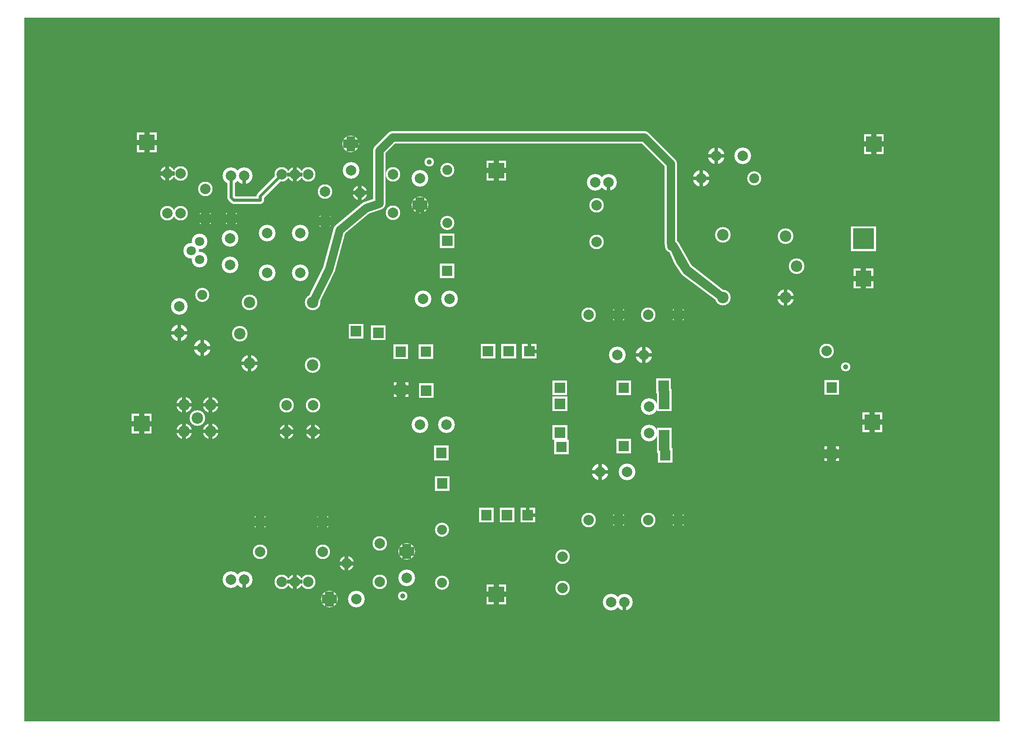
<source format=gbr>
%FSLAX34Y34*%
%MOMM*%
%LNCOPPER_TOP*%
G71*
G01*
%ADD10C,3.000*%
%ADD11C,2.800*%
%ADD12C,3.200*%
%ADD13C,2.700*%
%ADD14C,3.000*%
%ADD15C,1.400*%
%ADD16C,2.400*%
%ADD17C,1.800*%
%ADD18C,0.733*%
%ADD19C,0.667*%
%ADD20C,0.767*%
%ADD21C,1.713*%
%ADD22C,0.813*%
%ADD23C,0.680*%
%ADD24C,1.000*%
%ADD25C,1.607*%
%ADD26C,2.200*%
%ADD27C,2.000*%
%ADD28C,1.900*%
%ADD29C,1.800*%
%ADD30C,0.600*%
%ADD31C,1.600*%
%ADD32C,1.000*%
%ADD33C,4.300*%
%LPD*%
G36*
X-200000Y1150000D02*
X1670000Y1150000D01*
X1670000Y-200000D01*
X-200000Y-200000D01*
X-200000Y1150000D01*
G37*
%LPC*%
X106156Y407119D02*
G54D10*
D03*
X156956Y407119D02*
G54D10*
D03*
X131556Y381719D02*
G54D10*
D03*
X156956Y356319D02*
G54D10*
D03*
X106156Y356319D02*
G54D10*
D03*
G36*
X613479Y300901D02*
X585479Y300901D01*
X585479Y328901D01*
X613479Y328901D01*
X613479Y300901D01*
G37*
G36*
X714591Y495885D02*
X714591Y523885D01*
X742591Y523885D01*
X742591Y495885D01*
X714591Y495885D01*
G37*
G36*
X754278Y495885D02*
X754278Y523885D01*
X782278Y523885D01*
X782278Y495885D01*
X754278Y495885D01*
G37*
G36*
X674904Y495885D02*
X674904Y523885D01*
X702904Y523885D01*
X702904Y495885D01*
X674904Y495885D01*
G37*
G36*
X587162Y270262D02*
X615162Y270262D01*
X615162Y242262D01*
X587162Y242262D01*
X587162Y270262D01*
G37*
X293092Y848895D02*
G54D11*
D03*
X318492Y848895D02*
G54D11*
D03*
X343892Y848895D02*
G54D11*
D03*
X506574Y775757D02*
G54D11*
D03*
X443074Y813857D02*
G54D11*
D03*
X506574Y848782D02*
G54D11*
D03*
X318492Y848895D02*
G54D11*
D03*
X443074Y813857D02*
G54D11*
D03*
X558231Y841359D02*
G54D12*
D03*
X558343Y790378D02*
G54D12*
D03*
X558343Y790378D02*
G54D11*
D03*
X558343Y790378D02*
G54D11*
D03*
G36*
X596688Y735796D02*
X624688Y735796D01*
X624688Y707796D01*
X596688Y707796D01*
X596688Y735796D01*
G37*
G36*
X624592Y650151D02*
X596592Y650151D01*
X596592Y678151D01*
X624592Y678151D01*
X624592Y650151D01*
G37*
G36*
X556353Y420526D02*
X556353Y448526D01*
X584353Y448526D01*
X584353Y420526D01*
X556353Y420526D01*
G37*
G36*
X555878Y495139D02*
X555878Y523139D01*
X583878Y523139D01*
X583878Y495139D01*
X555878Y495139D01*
G37*
X522252Y436114D02*
G54D11*
D03*
G36*
X507458Y494980D02*
X507458Y522980D01*
X535458Y522980D01*
X535458Y494980D01*
X507458Y494980D01*
G37*
G36*
X449889Y562434D02*
X449889Y534434D01*
X421889Y534434D01*
X421889Y562434D01*
X449889Y562434D01*
G37*
G36*
X492752Y559259D02*
X492752Y531259D01*
X464752Y531259D01*
X464752Y559259D01*
X492752Y559259D01*
G37*
X564529Y610092D02*
G54D12*
D03*
X615510Y609980D02*
G54D12*
D03*
X615510Y609980D02*
G54D11*
D03*
X558178Y368793D02*
G54D12*
D03*
X609159Y368681D02*
G54D12*
D03*
X609159Y368681D02*
G54D11*
D03*
X609159Y368681D02*
G54D11*
D03*
G36*
X963002Y425873D02*
X935002Y425873D01*
X935002Y453873D01*
X963002Y453873D01*
X963002Y425873D01*
G37*
G36*
X840764Y425873D02*
X812764Y425873D01*
X812764Y453873D01*
X840764Y453873D01*
X840764Y425873D01*
G37*
G36*
X963001Y313954D02*
X935001Y313954D01*
X935001Y341954D01*
X963001Y341954D01*
X963001Y313954D01*
G37*
G36*
X843939Y312367D02*
X815939Y312367D01*
X815939Y340367D01*
X843939Y340367D01*
X843939Y312367D01*
G37*
G36*
X711416Y181560D02*
X711416Y209560D01*
X739416Y209560D01*
X739416Y181560D01*
X711416Y181560D01*
G37*
G36*
X751104Y181560D02*
X751104Y209560D01*
X779104Y209560D01*
X779104Y181560D01*
X751104Y181560D01*
G37*
G36*
X671728Y181560D02*
X671728Y209560D01*
X699728Y209560D01*
X699728Y181560D01*
X671728Y181560D01*
G37*
G36*
X1011550Y457562D02*
X1039550Y457562D01*
X1039550Y429562D01*
X1011550Y429562D01*
X1011550Y457562D01*
G37*
G36*
X1014725Y324212D02*
X1042725Y324212D01*
X1042725Y296212D01*
X1014725Y296212D01*
X1014725Y324212D01*
G37*
G36*
X1333812Y454388D02*
X1361812Y454388D01*
X1361812Y426388D01*
X1333812Y426388D01*
X1333812Y454388D01*
G37*
X1347812Y313388D02*
G54D11*
D03*
X997968Y352600D02*
G54D12*
D03*
X998081Y403580D02*
G54D12*
D03*
X998081Y403580D02*
G54D11*
D03*
X998081Y403580D02*
G54D11*
D03*
X882103Y186035D02*
G54D11*
D03*
X939253Y186035D02*
G54D11*
D03*
X996403Y186035D02*
G54D11*
D03*
X1053553Y186035D02*
G54D11*
D03*
X882103Y579735D02*
G54D11*
D03*
X939253Y579735D02*
G54D11*
D03*
X996403Y579735D02*
G54D11*
D03*
X1053553Y579735D02*
G54D11*
D03*
X939253Y186035D02*
G54D11*
D03*
X1053553Y186035D02*
G54D11*
D03*
X939253Y579735D02*
G54D11*
D03*
X1053553Y579735D02*
G54D11*
D03*
X920203Y833741D02*
G54D12*
D03*
X894703Y833741D02*
G54D12*
D03*
X950203Y29041D02*
G54D12*
D03*
X924703Y29041D02*
G54D12*
D03*
G36*
X508252Y450114D02*
X536252Y450114D01*
X536252Y422114D01*
X508252Y422114D01*
X508252Y450114D01*
G37*
X293092Y67813D02*
G54D11*
D03*
X318492Y67813D02*
G54D11*
D03*
X343892Y67813D02*
G54D11*
D03*
X481174Y140951D02*
G54D11*
D03*
X417674Y102851D02*
G54D11*
D03*
X481174Y67926D02*
G54D11*
D03*
X318492Y67813D02*
G54D11*
D03*
X417674Y102851D02*
G54D11*
D03*
X532831Y75350D02*
G54D12*
D03*
X532943Y126330D02*
G54D12*
D03*
X532943Y126330D02*
G54D11*
D03*
X532943Y126330D02*
G54D11*
D03*
G36*
X1333812Y327388D02*
X1361812Y327388D01*
X1361812Y299388D01*
X1333812Y299388D01*
X1333812Y327388D01*
G37*
X221703Y846441D02*
G54D12*
D03*
X196203Y846441D02*
G54D12*
D03*
X221703Y71741D02*
G54D12*
D03*
X196203Y71741D02*
G54D12*
D03*
X140752Y516154D02*
G54D13*
D03*
X140752Y617754D02*
G54D13*
D03*
X97127Y544895D02*
G54D12*
D03*
X97014Y595876D02*
G54D12*
D03*
X97127Y544895D02*
G54D12*
D03*
X140752Y516154D02*
G54D12*
D03*
X135959Y720621D02*
G54D14*
D03*
X120059Y703046D02*
G54D14*
D03*
X135994Y685430D02*
G54D14*
D03*
X194395Y675556D02*
G54D12*
D03*
X194283Y726537D02*
G54D12*
D03*
X265492Y660448D02*
G54D12*
D03*
X265542Y736698D02*
G54D12*
D03*
X328992Y660448D02*
G54D12*
D03*
X329042Y736698D02*
G54D12*
D03*
X73916Y850807D02*
G54D11*
D03*
X99316Y850807D02*
G54D11*
D03*
X73916Y850807D02*
G54D11*
D03*
X302516Y406307D02*
G54D11*
D03*
X353316Y406307D02*
G54D11*
D03*
X302516Y355507D02*
G54D11*
D03*
X353316Y355507D02*
G54D11*
D03*
X302516Y355507D02*
G54D11*
D03*
X353316Y355507D02*
G54D11*
D03*
G36*
X1432682Y701631D02*
X1384682Y701631D01*
X1384682Y749631D01*
X1432682Y749631D01*
X1432682Y701631D01*
G37*
G36*
X1427682Y630431D02*
X1389682Y630431D01*
X1389682Y668431D01*
X1427682Y668431D01*
X1427682Y630431D01*
G37*
G54D15*
X196203Y846441D02*
X196203Y804720D01*
X200916Y800007D01*
X251716Y800007D01*
X251716Y807520D01*
X293092Y848895D01*
X73916Y774607D02*
G54D11*
D03*
X99316Y774607D02*
G54D11*
D03*
X987496Y502796D02*
G54D12*
D03*
X936516Y502684D02*
G54D12*
D03*
X987496Y502796D02*
G54D12*
D03*
X904108Y278417D02*
G54D12*
D03*
X955089Y278530D02*
G54D12*
D03*
X904108Y278417D02*
G54D12*
D03*
G36*
X1409776Y926237D02*
X1447776Y926237D01*
X1447776Y888237D01*
X1409776Y888237D01*
X1409776Y926237D01*
G37*
G36*
X685876Y62637D02*
X723876Y62637D01*
X723876Y24637D01*
X685876Y24637D01*
X685876Y62637D01*
G37*
G36*
X685876Y875437D02*
X723876Y875437D01*
X723876Y837437D01*
X685876Y837437D01*
X685876Y875437D01*
G37*
G36*
X5951Y389987D02*
X43951Y389987D01*
X43951Y351987D01*
X5951Y351987D01*
X5951Y389987D01*
G37*
X1097778Y841185D02*
G54D13*
D03*
X1199378Y841185D02*
G54D13*
D03*
X1126519Y884810D02*
G54D12*
D03*
X1177500Y884922D02*
G54D12*
D03*
X1126519Y884810D02*
G54D12*
D03*
X1097778Y841185D02*
G54D12*
D03*
G54D16*
X352450Y603900D02*
X384200Y667400D01*
X404116Y742857D01*
X454916Y784926D01*
X480316Y793657D01*
X480316Y895257D01*
X505716Y920657D01*
X988316Y920657D01*
X1039116Y869857D01*
X1039116Y717457D01*
X1044600Y711850D01*
X1070000Y667400D01*
X1138919Y612813D01*
X1070000Y664225D01*
X1057300Y683275D01*
X1044600Y711850D01*
X1040494Y711238D01*
G36*
X15951Y929412D02*
X53951Y929412D01*
X53951Y891412D01*
X15951Y891412D01*
X15951Y929412D01*
G37*
G36*
X1406601Y392837D02*
X1444601Y392837D01*
X1444601Y354837D01*
X1406601Y354837D01*
X1406601Y392837D01*
G37*
X575939Y872467D02*
G54D17*
D03*
X525139Y40617D02*
G54D17*
D03*
X1374452Y480354D02*
G54D17*
D03*
X352450Y483250D02*
G54D10*
D03*
X231800Y486424D02*
G54D10*
D03*
X352450Y603900D02*
G54D10*
D03*
X231800Y603900D02*
G54D10*
D03*
X212591Y543575D02*
G54D10*
D03*
X231800Y486424D02*
G54D12*
D03*
X1138919Y733463D02*
G54D10*
D03*
X1259569Y730289D02*
G54D10*
D03*
X1138919Y612813D02*
G54D10*
D03*
X1259569Y612813D02*
G54D10*
D03*
X1280682Y673138D02*
G54D10*
D03*
X1259569Y612813D02*
G54D12*
D03*
X610752Y756154D02*
G54D13*
D03*
X610752Y857754D02*
G54D13*
D03*
X600752Y66154D02*
G54D13*
D03*
X600752Y167754D02*
G54D13*
D03*
X1337812Y510388D02*
G54D11*
D03*
X896764Y789873D02*
G54D11*
D03*
X896764Y719873D02*
G54D11*
D03*
X832103Y116035D02*
G54D11*
D03*
X832103Y56035D02*
G54D11*
D03*
X146803Y821435D02*
G54D11*
D03*
X146803Y764285D02*
G54D11*
D03*
X196803Y764285D02*
G54D11*
D03*
X251803Y125635D02*
G54D11*
D03*
X251803Y182785D02*
G54D11*
D03*
X251803Y182785D02*
G54D11*
D03*
X376803Y816435D02*
G54D11*
D03*
X376803Y759285D02*
G54D11*
D03*
X376803Y759285D02*
G54D11*
D03*
X425831Y907708D02*
G54D12*
D03*
X425944Y856728D02*
G54D12*
D03*
X436149Y34451D02*
G54D12*
D03*
X385169Y34564D02*
G54D12*
D03*
X385169Y34564D02*
G54D11*
D03*
X385169Y34564D02*
G54D11*
D03*
X371803Y125635D02*
G54D11*
D03*
X371803Y182785D02*
G54D11*
D03*
X371803Y182785D02*
G54D11*
D03*
X425831Y907708D02*
G54D11*
D03*
X146803Y764285D02*
G54D11*
D03*
G36*
X812800Y422900D02*
X840800Y422900D01*
X840800Y394900D01*
X812800Y394900D01*
X812800Y422900D01*
G37*
G36*
X812800Y367900D02*
X840800Y367900D01*
X840800Y339900D01*
X812800Y339900D01*
X812800Y367900D01*
G37*
G36*
X1012800Y437900D02*
X1040800Y437900D01*
X1040800Y409900D01*
X1012800Y409900D01*
X1012800Y437900D01*
G37*
G36*
X1012800Y342900D02*
X1040800Y342900D01*
X1040800Y314900D01*
X1012800Y314900D01*
X1012800Y342900D01*
G37*
G36*
X1012800Y362900D02*
X1040800Y362900D01*
X1040800Y334900D01*
X1012800Y334900D01*
X1012800Y362900D01*
G37*
G36*
X1012800Y422900D02*
X1040800Y422900D01*
X1040800Y394900D01*
X1012800Y394900D01*
X1012800Y422900D01*
G37*
%LPD*%
G54D18*
G36*
X102490Y407119D02*
X102490Y422619D01*
X109823Y422619D01*
X109823Y407119D01*
X102490Y407119D01*
G37*
G36*
X106156Y410785D02*
X121656Y410785D01*
X121656Y403452D01*
X106156Y403452D01*
X106156Y410785D01*
G37*
G36*
X109823Y407119D02*
X109823Y391619D01*
X102490Y391619D01*
X102490Y407119D01*
X109823Y407119D01*
G37*
G36*
X106156Y403452D02*
X90656Y403452D01*
X90656Y410785D01*
X106156Y410785D01*
X106156Y403452D01*
G37*
G54D18*
G36*
X153290Y407119D02*
X153290Y422619D01*
X160623Y422619D01*
X160623Y407119D01*
X153290Y407119D01*
G37*
G36*
X156956Y410785D02*
X172456Y410785D01*
X172456Y403452D01*
X156956Y403452D01*
X156956Y410785D01*
G37*
G36*
X160623Y407119D02*
X160623Y391619D01*
X153290Y391619D01*
X153290Y407119D01*
X160623Y407119D01*
G37*
G36*
X156956Y403452D02*
X141456Y403452D01*
X141456Y410785D01*
X156956Y410785D01*
X156956Y403452D01*
G37*
G54D18*
G36*
X153290Y356319D02*
X153290Y371819D01*
X160623Y371819D01*
X160623Y356319D01*
X153290Y356319D01*
G37*
G36*
X156956Y359985D02*
X172456Y359985D01*
X172456Y352652D01*
X156956Y352652D01*
X156956Y359985D01*
G37*
G36*
X160623Y356319D02*
X160623Y340819D01*
X153290Y340819D01*
X153290Y356319D01*
X160623Y356319D01*
G37*
G36*
X156956Y352652D02*
X141456Y352652D01*
X141456Y359985D01*
X156956Y359985D01*
X156956Y352652D01*
G37*
G54D18*
G36*
X102490Y356319D02*
X102490Y371819D01*
X109823Y371819D01*
X109823Y356319D01*
X102490Y356319D01*
G37*
G36*
X106156Y359985D02*
X121656Y359985D01*
X121656Y352652D01*
X106156Y352652D01*
X106156Y359985D01*
G37*
G36*
X109823Y356319D02*
X109823Y340819D01*
X102490Y340819D01*
X102490Y356319D01*
X109823Y356319D01*
G37*
G36*
X106156Y352652D02*
X90656Y352652D01*
X90656Y359985D01*
X106156Y359985D01*
X106156Y352652D01*
G37*
G54D19*
G36*
X764945Y509885D02*
X764945Y524385D01*
X771612Y524385D01*
X771612Y509885D01*
X764945Y509885D01*
G37*
G36*
X768278Y513218D02*
X782778Y513218D01*
X782778Y506551D01*
X768278Y506551D01*
X768278Y513218D01*
G37*
G54D20*
G36*
X322325Y848895D02*
X322325Y834395D01*
X314658Y834395D01*
X314658Y848895D01*
X322325Y848895D01*
G37*
G36*
X318492Y845062D02*
X303992Y845062D01*
X303992Y852729D01*
X318492Y852729D01*
X318492Y845062D01*
G37*
G36*
X314658Y848895D02*
X314658Y863395D01*
X322325Y863395D01*
X322325Y848895D01*
X314658Y848895D01*
G37*
G36*
X318492Y852729D02*
X332992Y852729D01*
X332992Y845062D01*
X318492Y845062D01*
X318492Y852729D01*
G37*
G54D20*
G36*
X443074Y817690D02*
X457574Y817690D01*
X457574Y810024D01*
X443074Y810024D01*
X443074Y817690D01*
G37*
G36*
X446908Y813857D02*
X446908Y799357D01*
X439241Y799357D01*
X439241Y813857D01*
X446908Y813857D01*
G37*
G36*
X443074Y810024D02*
X428574Y810024D01*
X428574Y817690D01*
X443074Y817690D01*
X443074Y810024D01*
G37*
G36*
X439241Y813857D02*
X439241Y828357D01*
X446908Y828357D01*
X446908Y813857D01*
X439241Y813857D01*
G37*
G54D20*
G36*
X554510Y790378D02*
X554510Y804878D01*
X562177Y804878D01*
X562177Y790378D01*
X554510Y790378D01*
G37*
G36*
X558343Y794211D02*
X572843Y794211D01*
X572843Y786545D01*
X558343Y786545D01*
X558343Y794211D01*
G37*
G36*
X562177Y790378D02*
X562177Y775878D01*
X554510Y775878D01*
X554510Y790378D01*
X562177Y790378D01*
G37*
G36*
X558343Y786545D02*
X543843Y786545D01*
X543843Y794211D01*
X558343Y794211D01*
X558343Y786545D01*
G37*
G54D21*
G36*
X549777Y790378D02*
X549777Y804878D01*
X566910Y804878D01*
X566910Y790378D01*
X549777Y790378D01*
G37*
G36*
X558343Y798945D02*
X572843Y798945D01*
X572843Y781811D01*
X558343Y781811D01*
X558343Y798945D01*
G37*
G36*
X566910Y790378D02*
X566910Y775878D01*
X549777Y775878D01*
X549777Y790378D01*
X566910Y790378D01*
G37*
G36*
X558343Y781811D02*
X543843Y781811D01*
X543843Y798945D01*
X558343Y798945D01*
X558343Y781811D01*
G37*
G54D19*
G36*
X761770Y195560D02*
X761770Y210060D01*
X768437Y210060D01*
X768437Y195560D01*
X761770Y195560D01*
G37*
G36*
X765104Y198893D02*
X779604Y198893D01*
X779604Y192226D01*
X765104Y192226D01*
X765104Y198893D01*
G37*
G54D21*
G36*
X947820Y186035D02*
X947820Y171535D01*
X930686Y171535D01*
X930686Y186035D01*
X947820Y186035D01*
G37*
G36*
X939253Y177468D02*
X924753Y177468D01*
X924753Y194602D01*
X939253Y194602D01*
X939253Y177468D01*
G37*
G36*
X930686Y186035D02*
X930686Y200535D01*
X947820Y200535D01*
X947820Y186035D01*
X930686Y186035D01*
G37*
G36*
X939253Y194602D02*
X953753Y194602D01*
X953753Y177468D01*
X939253Y177468D01*
X939253Y194602D01*
G37*
G54D21*
G36*
X1062120Y186035D02*
X1062120Y171535D01*
X1044986Y171535D01*
X1044986Y186035D01*
X1062120Y186035D01*
G37*
G36*
X1053553Y177468D02*
X1039053Y177468D01*
X1039053Y194602D01*
X1053553Y194602D01*
X1053553Y177468D01*
G37*
G36*
X1044986Y186035D02*
X1044986Y200535D01*
X1062120Y200535D01*
X1062120Y186035D01*
X1044986Y186035D01*
G37*
G36*
X1053553Y194602D02*
X1068053Y194602D01*
X1068053Y177468D01*
X1053553Y177468D01*
X1053553Y194602D01*
G37*
G54D21*
G36*
X947820Y579735D02*
X947820Y565235D01*
X930686Y565235D01*
X930686Y579735D01*
X947820Y579735D01*
G37*
G36*
X939253Y571168D02*
X924753Y571168D01*
X924753Y588302D01*
X939253Y588302D01*
X939253Y571168D01*
G37*
G36*
X930686Y579735D02*
X930686Y594235D01*
X947820Y594235D01*
X947820Y579735D01*
X930686Y579735D01*
G37*
G36*
X939253Y588302D02*
X953753Y588302D01*
X953753Y571168D01*
X939253Y571168D01*
X939253Y588302D01*
G37*
G54D21*
G36*
X1062120Y579735D02*
X1062120Y565235D01*
X1044986Y565235D01*
X1044986Y579735D01*
X1062120Y579735D01*
G37*
G36*
X1053553Y571168D02*
X1039053Y571168D01*
X1039053Y588302D01*
X1053553Y588302D01*
X1053553Y571168D01*
G37*
G36*
X1044986Y579735D02*
X1044986Y594235D01*
X1062120Y594235D01*
X1062120Y579735D01*
X1044986Y579735D01*
G37*
G36*
X1053553Y588302D02*
X1068053Y588302D01*
X1068053Y571168D01*
X1053553Y571168D01*
X1053553Y588302D01*
G37*
G54D19*
G36*
X923537Y833741D02*
X923537Y817241D01*
X916870Y817241D01*
X916870Y833741D01*
X923537Y833741D01*
G37*
G54D22*
G54D19*
G36*
X953537Y29041D02*
X953537Y12541D01*
X946870Y12541D01*
X946870Y29041D01*
X953537Y29041D01*
G37*
G54D22*
G54D21*
G36*
X513685Y436114D02*
X513685Y450614D01*
X530819Y450614D01*
X530819Y436114D01*
X513685Y436114D01*
G37*
G36*
X522252Y444680D02*
X536752Y444680D01*
X536752Y427547D01*
X522252Y427547D01*
X522252Y444680D01*
G37*
G36*
X530819Y436114D02*
X530819Y421614D01*
X513685Y421614D01*
X513685Y436114D01*
X530819Y436114D01*
G37*
G36*
X522252Y427547D02*
X507752Y427547D01*
X507752Y444680D01*
X522252Y444680D01*
X522252Y427547D01*
G37*
G54D20*
G36*
X322325Y67813D02*
X322325Y53313D01*
X314658Y53313D01*
X314658Y67813D01*
X322325Y67813D01*
G37*
G36*
X318492Y63979D02*
X303992Y63979D01*
X303992Y71646D01*
X318492Y71646D01*
X318492Y63979D01*
G37*
G36*
X314658Y67813D02*
X314658Y82313D01*
X322325Y82313D01*
X322325Y67813D01*
X314658Y67813D01*
G37*
G36*
X318492Y71646D02*
X332992Y71646D01*
X332992Y63979D01*
X318492Y63979D01*
X318492Y71646D01*
G37*
G54D20*
G36*
X417674Y99018D02*
X403174Y99018D01*
X403174Y106684D01*
X417674Y106684D01*
X417674Y99018D01*
G37*
G36*
X413841Y102851D02*
X413841Y117351D01*
X421508Y117351D01*
X421508Y102851D01*
X413841Y102851D01*
G37*
G36*
X417674Y106684D02*
X432174Y106684D01*
X432174Y99018D01*
X417674Y99018D01*
X417674Y106684D01*
G37*
G36*
X421508Y102851D02*
X421508Y88351D01*
X413841Y88351D01*
X413841Y102851D01*
X421508Y102851D01*
G37*
G54D20*
G36*
X529110Y126330D02*
X529110Y140830D01*
X536777Y140830D01*
X536777Y126330D01*
X529110Y126330D01*
G37*
G36*
X532943Y130163D02*
X547443Y130163D01*
X547443Y122496D01*
X532943Y122496D01*
X532943Y130163D01*
G37*
G36*
X536777Y126330D02*
X536777Y111830D01*
X529110Y111830D01*
X529110Y126330D01*
X536777Y126330D01*
G37*
G36*
X532943Y122496D02*
X518443Y122496D01*
X518443Y130163D01*
X532943Y130163D01*
X532943Y122496D01*
G37*
G54D21*
G36*
X524377Y126330D02*
X524377Y140830D01*
X541510Y140830D01*
X541510Y126330D01*
X524377Y126330D01*
G37*
G36*
X532943Y134896D02*
X547443Y134896D01*
X547443Y117763D01*
X532943Y117763D01*
X532943Y134896D01*
G37*
G36*
X541510Y126330D02*
X541510Y111830D01*
X524377Y111830D01*
X524377Y126330D01*
X541510Y126330D01*
G37*
G36*
X532943Y117763D02*
X518443Y117763D01*
X518443Y134896D01*
X532943Y134896D01*
X532943Y117763D01*
G37*
G54D21*
G36*
X1339246Y313388D02*
X1339246Y327888D01*
X1356379Y327888D01*
X1356379Y313388D01*
X1339246Y313388D01*
G37*
G36*
X1347812Y321954D02*
X1362312Y321954D01*
X1362312Y304821D01*
X1347812Y304821D01*
X1347812Y321954D01*
G37*
G36*
X1356379Y313388D02*
X1356379Y298888D01*
X1339246Y298888D01*
X1339246Y313388D01*
X1356379Y313388D01*
G37*
G36*
X1347812Y304821D02*
X1333312Y304821D01*
X1333312Y321954D01*
X1347812Y321954D01*
X1347812Y304821D01*
G37*
G54D19*
G36*
X225037Y846441D02*
X225037Y829941D01*
X218370Y829941D01*
X218370Y846441D01*
X225037Y846441D01*
G37*
G54D22*
G54D19*
G36*
X225037Y71741D02*
X225037Y55241D01*
X218370Y55241D01*
X218370Y71741D01*
X225037Y71741D01*
G37*
G54D22*
G54D23*
G36*
X100527Y544895D02*
X100527Y528395D01*
X93727Y528395D01*
X93727Y544895D01*
X100527Y544895D01*
G37*
G36*
X97127Y541495D02*
X80627Y541495D01*
X80627Y548295D01*
X97127Y548295D01*
X97127Y541495D01*
G37*
G36*
X93727Y544895D02*
X93727Y561395D01*
X100527Y561395D01*
X100527Y544895D01*
X93727Y544895D01*
G37*
G36*
X97127Y548295D02*
X113627Y548295D01*
X113627Y541495D01*
X97127Y541495D01*
X97127Y548295D01*
G37*
G54D23*
G36*
X144152Y516154D02*
X144152Y499654D01*
X137352Y499654D01*
X137352Y516154D01*
X144152Y516154D01*
G37*
G36*
X140752Y512754D02*
X124252Y512754D01*
X124252Y519554D01*
X140752Y519554D01*
X140752Y512754D01*
G37*
G36*
X137352Y516154D02*
X137352Y532654D01*
X144152Y532654D01*
X144152Y516154D01*
X137352Y516154D01*
G37*
G36*
X140752Y519554D02*
X157252Y519554D01*
X157252Y512754D01*
X140752Y512754D01*
X140752Y519554D01*
G37*
G54D20*
G36*
X77749Y850807D02*
X77749Y836307D01*
X70083Y836307D01*
X70083Y850807D01*
X77749Y850807D01*
G37*
G36*
X73916Y846974D02*
X59416Y846974D01*
X59416Y854640D01*
X73916Y854640D01*
X73916Y846974D01*
G37*
G36*
X70083Y850807D02*
X70083Y865307D01*
X77749Y865307D01*
X77749Y850807D01*
X70083Y850807D01*
G37*
G36*
X73916Y854640D02*
X88416Y854640D01*
X88416Y846974D01*
X73916Y846974D01*
X73916Y854640D01*
G37*
G54D20*
G36*
X306349Y355507D02*
X306349Y341007D01*
X298683Y341007D01*
X298683Y355507D01*
X306349Y355507D01*
G37*
G36*
X302516Y351674D02*
X288016Y351674D01*
X288016Y359340D01*
X302516Y359340D01*
X302516Y351674D01*
G37*
G36*
X298683Y355507D02*
X298683Y370007D01*
X306349Y370007D01*
X306349Y355507D01*
X298683Y355507D01*
G37*
G36*
X302516Y359340D02*
X317016Y359340D01*
X317016Y351674D01*
X302516Y351674D01*
X302516Y359340D01*
G37*
G54D20*
G36*
X357149Y355507D02*
X357149Y341007D01*
X349483Y341007D01*
X349483Y355507D01*
X357149Y355507D01*
G37*
G36*
X353316Y351674D02*
X338816Y351674D01*
X338816Y359340D01*
X353316Y359340D01*
X353316Y351674D01*
G37*
G36*
X349483Y355507D02*
X349483Y370007D01*
X357149Y370007D01*
X357149Y355507D01*
X349483Y355507D01*
G37*
G36*
X353316Y359340D02*
X367816Y359340D01*
X367816Y351674D01*
X353316Y351674D01*
X353316Y359340D01*
G37*
G54D24*
G36*
X1413682Y649431D02*
X1413682Y629931D01*
X1403682Y629931D01*
X1403682Y649431D01*
X1413682Y649431D01*
G37*
G36*
X1408682Y644431D02*
X1389182Y644431D01*
X1389182Y654431D01*
X1408682Y654431D01*
X1408682Y644431D01*
G37*
G36*
X1403682Y649431D02*
X1403682Y668931D01*
X1413682Y668931D01*
X1413682Y649431D01*
X1403682Y649431D01*
G37*
G36*
X1408682Y654431D02*
X1428182Y654431D01*
X1428182Y644431D01*
X1408682Y644431D01*
X1408682Y654431D01*
G37*
G54D23*
G36*
X987496Y506196D02*
X1003996Y506196D01*
X1003996Y499396D01*
X987496Y499396D01*
X987496Y506196D01*
G37*
G36*
X990896Y502796D02*
X990896Y486296D01*
X984096Y486296D01*
X984096Y502796D01*
X990896Y502796D01*
G37*
G36*
X987496Y499396D02*
X970996Y499396D01*
X970996Y506196D01*
X987496Y506196D01*
X987496Y499396D01*
G37*
G36*
X984096Y502796D02*
X984096Y519296D01*
X990896Y519296D01*
X990896Y502796D01*
X984096Y502796D01*
G37*
G54D23*
G36*
X904108Y275017D02*
X887608Y275017D01*
X887608Y281817D01*
X904108Y281817D01*
X904108Y275017D01*
G37*
G36*
X900708Y278417D02*
X900708Y294917D01*
X907508Y294917D01*
X907508Y278417D01*
X900708Y278417D01*
G37*
G36*
X904108Y281817D02*
X920608Y281817D01*
X920608Y275017D01*
X904108Y275017D01*
X904108Y281817D01*
G37*
G36*
X907508Y278417D02*
X907508Y261917D01*
X900708Y261917D01*
X900708Y278417D01*
X907508Y278417D01*
G37*
G54D24*
G36*
X1423776Y907237D02*
X1423776Y926737D01*
X1433776Y926737D01*
X1433776Y907237D01*
X1423776Y907237D01*
G37*
G36*
X1428776Y912237D02*
X1448276Y912237D01*
X1448276Y902237D01*
X1428776Y902237D01*
X1428776Y912237D01*
G37*
G36*
X1433776Y907237D02*
X1433776Y887737D01*
X1423776Y887737D01*
X1423776Y907237D01*
X1433776Y907237D01*
G37*
G36*
X1428776Y902237D02*
X1409276Y902237D01*
X1409276Y912237D01*
X1428776Y912237D01*
X1428776Y902237D01*
G37*
G54D24*
G36*
X699876Y43637D02*
X699876Y63137D01*
X709876Y63137D01*
X709876Y43637D01*
X699876Y43637D01*
G37*
G36*
X704876Y48637D02*
X724376Y48637D01*
X724376Y38637D01*
X704876Y38637D01*
X704876Y48637D01*
G37*
G36*
X709876Y43637D02*
X709876Y24137D01*
X699876Y24137D01*
X699876Y43637D01*
X709876Y43637D01*
G37*
G36*
X704876Y38637D02*
X685376Y38637D01*
X685376Y48637D01*
X704876Y48637D01*
X704876Y38637D01*
G37*
G54D24*
G36*
X699876Y856437D02*
X699876Y875937D01*
X709876Y875937D01*
X709876Y856437D01*
X699876Y856437D01*
G37*
G36*
X704876Y861437D02*
X724376Y861437D01*
X724376Y851437D01*
X704876Y851437D01*
X704876Y861437D01*
G37*
G36*
X709876Y856437D02*
X709876Y836937D01*
X699876Y836937D01*
X699876Y856437D01*
X709876Y856437D01*
G37*
G36*
X704876Y851437D02*
X685376Y851437D01*
X685376Y861437D01*
X704876Y861437D01*
X704876Y851437D01*
G37*
G54D24*
G36*
X19951Y370987D02*
X19951Y390487D01*
X29951Y390487D01*
X29951Y370987D01*
X19951Y370987D01*
G37*
G36*
X24951Y375987D02*
X44451Y375987D01*
X44451Y365987D01*
X24951Y365987D01*
X24951Y375987D01*
G37*
G36*
X29951Y370987D02*
X29951Y351487D01*
X19951Y351487D01*
X19951Y370987D01*
X29951Y370987D01*
G37*
G36*
X24951Y365987D02*
X5451Y365987D01*
X5451Y375987D01*
X24951Y375987D01*
X24951Y365987D01*
G37*
G54D23*
G36*
X1126519Y881410D02*
X1110019Y881410D01*
X1110019Y888210D01*
X1126519Y888210D01*
X1126519Y881410D01*
G37*
G36*
X1123119Y884810D02*
X1123119Y901310D01*
X1129919Y901310D01*
X1129919Y884810D01*
X1123119Y884810D01*
G37*
G36*
X1126519Y888210D02*
X1143019Y888210D01*
X1143019Y881410D01*
X1126519Y881410D01*
X1126519Y888210D01*
G37*
G36*
X1129919Y884810D02*
X1129919Y868310D01*
X1123119Y868310D01*
X1123119Y884810D01*
X1129919Y884810D01*
G37*
G54D23*
G36*
X1097778Y837785D02*
X1081278Y837785D01*
X1081278Y844585D01*
X1097778Y844585D01*
X1097778Y837785D01*
G37*
G36*
X1094378Y841185D02*
X1094378Y857685D01*
X1101178Y857685D01*
X1101178Y841185D01*
X1094378Y841185D01*
G37*
G36*
X1097778Y844585D02*
X1114278Y844585D01*
X1114278Y837785D01*
X1097778Y837785D01*
X1097778Y844585D01*
G37*
G36*
X1101178Y841185D02*
X1101178Y824685D01*
X1094378Y824685D01*
X1094378Y841185D01*
X1101178Y841185D01*
G37*
G54D24*
G36*
X29951Y910412D02*
X29951Y929912D01*
X39951Y929912D01*
X39951Y910412D01*
X29951Y910412D01*
G37*
G36*
X34951Y915412D02*
X54451Y915412D01*
X54451Y905412D01*
X34951Y905412D01*
X34951Y915412D01*
G37*
G36*
X39951Y910412D02*
X39951Y890912D01*
X29951Y890912D01*
X29951Y910412D01*
X39951Y910412D01*
G37*
G36*
X34951Y905412D02*
X15451Y905412D01*
X15451Y915412D01*
X34951Y915412D01*
X34951Y905412D01*
G37*
G54D24*
G36*
X1420601Y373837D02*
X1420601Y393337D01*
X1430601Y393337D01*
X1430601Y373837D01*
X1420601Y373837D01*
G37*
G36*
X1425601Y378837D02*
X1445101Y378837D01*
X1445101Y368837D01*
X1425601Y368837D01*
X1425601Y378837D01*
G37*
G36*
X1430601Y373837D02*
X1430601Y354337D01*
X1420601Y354337D01*
X1420601Y373837D01*
X1430601Y373837D01*
G37*
G36*
X1425601Y368837D02*
X1406101Y368837D01*
X1406101Y378837D01*
X1425601Y378837D01*
X1425601Y368837D01*
G37*
G54D23*
G36*
X235200Y486424D02*
X235200Y469924D01*
X228400Y469924D01*
X228400Y486424D01*
X235200Y486424D01*
G37*
G36*
X231800Y483024D02*
X215300Y483024D01*
X215300Y489824D01*
X231800Y489824D01*
X231800Y483024D01*
G37*
G36*
X228400Y486424D02*
X228400Y502924D01*
X235200Y502924D01*
X235200Y486424D01*
X228400Y486424D01*
G37*
G36*
X231800Y489824D02*
X248300Y489824D01*
X248300Y483024D01*
X231800Y483024D01*
X231800Y489824D01*
G37*
G54D23*
G36*
X1262969Y612813D02*
X1262969Y596313D01*
X1256169Y596313D01*
X1256169Y612813D01*
X1262969Y612813D01*
G37*
G36*
X1259569Y609413D02*
X1243069Y609413D01*
X1243069Y616213D01*
X1259569Y616213D01*
X1259569Y609413D01*
G37*
G36*
X1256169Y612813D02*
X1256169Y629313D01*
X1262969Y629313D01*
X1262969Y612813D01*
X1256169Y612813D01*
G37*
G36*
X1259569Y616213D02*
X1276069Y616213D01*
X1276069Y609413D01*
X1259569Y609413D01*
X1259569Y616213D01*
G37*
G54D21*
G36*
X196803Y755718D02*
X182303Y755718D01*
X182303Y772852D01*
X196803Y772852D01*
X196803Y755718D01*
G37*
G36*
X188236Y764285D02*
X188236Y778785D01*
X205370Y778785D01*
X205370Y764285D01*
X188236Y764285D01*
G37*
G36*
X196803Y772852D02*
X211303Y772852D01*
X211303Y755718D01*
X196803Y755718D01*
X196803Y772852D01*
G37*
G36*
X205370Y764285D02*
X205370Y749785D01*
X188236Y749785D01*
X188236Y764285D01*
X205370Y764285D01*
G37*
G54D21*
G36*
X251803Y191352D02*
X266303Y191352D01*
X266303Y174218D01*
X251803Y174218D01*
X251803Y191352D01*
G37*
G36*
X260370Y182785D02*
X260370Y168285D01*
X243236Y168285D01*
X243236Y182785D01*
X260370Y182785D01*
G37*
G36*
X251803Y174218D02*
X237303Y174218D01*
X237303Y191352D01*
X251803Y191352D01*
X251803Y174218D01*
G37*
G36*
X243236Y182785D02*
X243236Y197285D01*
X260370Y197285D01*
X260370Y182785D01*
X243236Y182785D01*
G37*
G54D21*
G36*
X376803Y750718D02*
X362303Y750718D01*
X362303Y767852D01*
X376803Y767852D01*
X376803Y750718D01*
G37*
G36*
X368236Y759285D02*
X368236Y773785D01*
X385370Y773785D01*
X385370Y759285D01*
X368236Y759285D01*
G37*
G36*
X376803Y767852D02*
X391303Y767852D01*
X391303Y750718D01*
X376803Y750718D01*
X376803Y767852D01*
G37*
G36*
X385370Y759285D02*
X385370Y744785D01*
X368236Y744785D01*
X368236Y759285D01*
X385370Y759285D01*
G37*
G54D20*
G36*
X385169Y30730D02*
X370669Y30730D01*
X370669Y38397D01*
X385169Y38397D01*
X385169Y30730D01*
G37*
G36*
X381335Y34564D02*
X381335Y49064D01*
X389002Y49064D01*
X389002Y34564D01*
X381335Y34564D01*
G37*
G36*
X385169Y38397D02*
X399669Y38397D01*
X399669Y30730D01*
X385169Y30730D01*
X385169Y38397D01*
G37*
G36*
X389002Y34564D02*
X389002Y20064D01*
X381335Y20064D01*
X381335Y34564D01*
X389002Y34564D01*
G37*
G54D21*
G36*
X385169Y25997D02*
X370669Y25997D01*
X370669Y43130D01*
X385169Y43130D01*
X385169Y25997D01*
G37*
G36*
X376602Y34564D02*
X376602Y49064D01*
X393735Y49064D01*
X393735Y34564D01*
X376602Y34564D01*
G37*
G36*
X385169Y43130D02*
X399669Y43130D01*
X399669Y25997D01*
X385169Y25997D01*
X385169Y43130D01*
G37*
G36*
X393735Y34564D02*
X393735Y20064D01*
X376602Y20064D01*
X376602Y34564D01*
X393735Y34564D01*
G37*
G54D21*
G36*
X371803Y191352D02*
X386303Y191352D01*
X386303Y174218D01*
X371803Y174218D01*
X371803Y191352D01*
G37*
G36*
X380370Y182785D02*
X380370Y168285D01*
X363236Y168285D01*
X363236Y182785D01*
X380370Y182785D01*
G37*
G36*
X371803Y174218D02*
X357303Y174218D01*
X357303Y191352D01*
X371803Y191352D01*
X371803Y174218D01*
G37*
G36*
X363236Y182785D02*
X363236Y197285D01*
X380370Y197285D01*
X380370Y182785D01*
X363236Y182785D01*
G37*
G54D25*
G36*
X417798Y907708D02*
X417798Y922208D01*
X433864Y922208D01*
X433864Y907708D01*
X417798Y907708D01*
G37*
G36*
X425831Y915741D02*
X440331Y915741D01*
X440331Y899675D01*
X425831Y899675D01*
X425831Y915741D01*
G37*
G36*
X433864Y907708D02*
X433864Y893208D01*
X417798Y893208D01*
X417798Y907708D01*
X433864Y907708D01*
G37*
G36*
X425831Y899675D02*
X411331Y899675D01*
X411331Y915741D01*
X425831Y915741D01*
X425831Y899675D01*
G37*
G54D21*
G36*
X146803Y755718D02*
X132303Y755718D01*
X132303Y772852D01*
X146803Y772852D01*
X146803Y755718D01*
G37*
G36*
X138236Y764285D02*
X138236Y778785D01*
X155370Y778785D01*
X155370Y764285D01*
X138236Y764285D01*
G37*
G36*
X146803Y772852D02*
X161303Y772852D01*
X161303Y755718D01*
X146803Y755718D01*
X146803Y772852D01*
G37*
G36*
X155370Y764285D02*
X155370Y749785D01*
X138236Y749785D01*
X138236Y764285D01*
X155370Y764285D01*
G37*
X106156Y407119D02*
G54D26*
D03*
X156956Y407119D02*
G54D26*
D03*
X131556Y381719D02*
G54D26*
D03*
X156956Y356319D02*
G54D26*
D03*
X106156Y356319D02*
G54D26*
D03*
G36*
X609479Y304901D02*
X589479Y304901D01*
X589479Y324901D01*
X609479Y324901D01*
X609479Y304901D01*
G37*
G36*
X718591Y499885D02*
X718591Y519885D01*
X738591Y519885D01*
X738591Y499885D01*
X718591Y499885D01*
G37*
G36*
X758278Y499885D02*
X758278Y519885D01*
X778278Y519885D01*
X778278Y499885D01*
X758278Y499885D01*
G37*
G36*
X678904Y499885D02*
X678904Y519885D01*
X698904Y519885D01*
X698904Y499885D01*
X678904Y499885D01*
G37*
G36*
X591162Y266262D02*
X611162Y266262D01*
X611162Y246262D01*
X591162Y246262D01*
X591162Y266262D01*
G37*
X293092Y848895D02*
G54D27*
D03*
X318492Y848895D02*
G54D27*
D03*
X343892Y848895D02*
G54D27*
D03*
X506574Y775757D02*
G54D27*
D03*
X443074Y813857D02*
G54D27*
D03*
X506574Y848782D02*
G54D27*
D03*
X318492Y848895D02*
G54D27*
D03*
X443074Y813857D02*
G54D27*
D03*
X558231Y841359D02*
G54D27*
D03*
X558343Y790378D02*
G54D27*
D03*
X558343Y790378D02*
G54D27*
D03*
X558343Y790378D02*
G54D27*
D03*
G36*
X600688Y731796D02*
X620688Y731796D01*
X620688Y711796D01*
X600688Y711796D01*
X600688Y731796D01*
G37*
G36*
X620592Y654151D02*
X600592Y654151D01*
X600592Y674151D01*
X620592Y674151D01*
X620592Y654151D01*
G37*
G36*
X560353Y424526D02*
X560353Y444526D01*
X580353Y444526D01*
X580353Y424526D01*
X560353Y424526D01*
G37*
G36*
X559878Y499139D02*
X559878Y519139D01*
X579878Y519139D01*
X579878Y499139D01*
X559878Y499139D01*
G37*
X522252Y436114D02*
G54D27*
D03*
G36*
X511458Y498980D02*
X511458Y518980D01*
X531458Y518980D01*
X531458Y498980D01*
X511458Y498980D01*
G37*
G36*
X445889Y558434D02*
X445889Y538434D01*
X425889Y538434D01*
X425889Y558434D01*
X445889Y558434D01*
G37*
G36*
X488752Y555259D02*
X488752Y535259D01*
X468752Y535259D01*
X468752Y555259D01*
X488752Y555259D01*
G37*
X564529Y610092D02*
G54D27*
D03*
X615510Y609980D02*
G54D27*
D03*
X615510Y609980D02*
G54D27*
D03*
X558178Y368793D02*
G54D27*
D03*
X609159Y368681D02*
G54D27*
D03*
X609159Y368681D02*
G54D27*
D03*
X609159Y368681D02*
G54D27*
D03*
G36*
X959002Y429873D02*
X939002Y429873D01*
X939002Y449873D01*
X959002Y449873D01*
X959002Y429873D01*
G37*
G36*
X836764Y429873D02*
X816764Y429873D01*
X816764Y449873D01*
X836764Y449873D01*
X836764Y429873D01*
G37*
G36*
X959001Y317954D02*
X939001Y317954D01*
X939001Y337954D01*
X959001Y337954D01*
X959001Y317954D01*
G37*
G36*
X839939Y316367D02*
X819939Y316367D01*
X819939Y336367D01*
X839939Y336367D01*
X839939Y316367D01*
G37*
G36*
X715416Y185560D02*
X715416Y205560D01*
X735416Y205560D01*
X735416Y185560D01*
X715416Y185560D01*
G37*
G36*
X755104Y185560D02*
X755104Y205560D01*
X775104Y205560D01*
X775104Y185560D01*
X755104Y185560D01*
G37*
G36*
X675728Y185560D02*
X675728Y205560D01*
X695728Y205560D01*
X695728Y185560D01*
X675728Y185560D01*
G37*
G36*
X1015550Y453562D02*
X1035550Y453562D01*
X1035550Y433562D01*
X1015550Y433562D01*
X1015550Y453562D01*
G37*
G36*
X1018725Y320212D02*
X1038725Y320212D01*
X1038725Y300212D01*
X1018725Y300212D01*
X1018725Y320212D01*
G37*
G36*
X1337812Y450388D02*
X1357812Y450388D01*
X1357812Y430388D01*
X1337812Y430388D01*
X1337812Y450388D01*
G37*
X1347812Y313388D02*
G54D27*
D03*
X997968Y352600D02*
G54D27*
D03*
X998081Y403580D02*
G54D27*
D03*
X998081Y403580D02*
G54D27*
D03*
X998081Y403580D02*
G54D27*
D03*
X882103Y186035D02*
G54D27*
D03*
X939253Y186035D02*
G54D27*
D03*
X996403Y186035D02*
G54D27*
D03*
X1053553Y186035D02*
G54D27*
D03*
X882103Y579735D02*
G54D27*
D03*
X939253Y579735D02*
G54D27*
D03*
X996403Y579735D02*
G54D27*
D03*
X1053553Y579735D02*
G54D27*
D03*
X939253Y186035D02*
G54D27*
D03*
X1053553Y186035D02*
G54D27*
D03*
X939253Y579735D02*
G54D27*
D03*
X1053553Y579735D02*
G54D27*
D03*
X920203Y833741D02*
G54D27*
D03*
X894703Y833741D02*
G54D27*
D03*
X950203Y29041D02*
G54D27*
D03*
X924703Y29041D02*
G54D27*
D03*
G36*
X512252Y446114D02*
X532252Y446114D01*
X532252Y426114D01*
X512252Y426114D01*
X512252Y446114D01*
G37*
X293092Y67813D02*
G54D27*
D03*
X318492Y67813D02*
G54D27*
D03*
X343892Y67813D02*
G54D27*
D03*
X481174Y140951D02*
G54D27*
D03*
X417674Y102851D02*
G54D27*
D03*
X481174Y67926D02*
G54D27*
D03*
X318492Y67813D02*
G54D27*
D03*
X417674Y102851D02*
G54D27*
D03*
X532831Y75350D02*
G54D27*
D03*
X532943Y126330D02*
G54D27*
D03*
X532943Y126330D02*
G54D27*
D03*
X532943Y126330D02*
G54D27*
D03*
G36*
X1337812Y323388D02*
X1357812Y323388D01*
X1357812Y303388D01*
X1337812Y303388D01*
X1337812Y323388D01*
G37*
X221703Y846441D02*
G54D27*
D03*
X196203Y846441D02*
G54D27*
D03*
X221703Y71741D02*
G54D27*
D03*
X196203Y71741D02*
G54D27*
D03*
X140752Y516154D02*
G54D28*
D03*
X140752Y617754D02*
G54D28*
D03*
X97127Y544895D02*
G54D27*
D03*
X97014Y595876D02*
G54D27*
D03*
X97127Y544895D02*
G54D27*
D03*
X140752Y516154D02*
G54D27*
D03*
X135959Y720621D02*
G54D29*
D03*
X120059Y703046D02*
G54D29*
D03*
X135994Y685430D02*
G54D29*
D03*
X194395Y675556D02*
G54D27*
D03*
X194283Y726537D02*
G54D27*
D03*
X265492Y660448D02*
G54D27*
D03*
X265542Y736698D02*
G54D27*
D03*
X328992Y660448D02*
G54D27*
D03*
X329042Y736698D02*
G54D27*
D03*
X73916Y850807D02*
G54D27*
D03*
X99316Y850807D02*
G54D27*
D03*
X73916Y850807D02*
G54D27*
D03*
X302516Y406307D02*
G54D27*
D03*
X353316Y406307D02*
G54D27*
D03*
X302516Y355507D02*
G54D27*
D03*
X353316Y355507D02*
G54D27*
D03*
X302516Y355507D02*
G54D27*
D03*
X353316Y355507D02*
G54D27*
D03*
G36*
X1428682Y705631D02*
X1388682Y705631D01*
X1388682Y745631D01*
X1428682Y745631D01*
X1428682Y705631D01*
G37*
G36*
X1423682Y634431D02*
X1393682Y634431D01*
X1393682Y664431D01*
X1423682Y664431D01*
X1423682Y634431D01*
G37*
G54D30*
X196203Y846441D02*
X196203Y804720D01*
X200916Y800007D01*
X251716Y800007D01*
X251716Y807520D01*
X293092Y848895D01*
X73916Y774607D02*
G54D27*
D03*
X99316Y774607D02*
G54D27*
D03*
X987496Y502796D02*
G54D27*
D03*
X936516Y502684D02*
G54D27*
D03*
X987496Y502796D02*
G54D27*
D03*
X904108Y278417D02*
G54D27*
D03*
X955089Y278530D02*
G54D27*
D03*
X904108Y278417D02*
G54D27*
D03*
G36*
X1413776Y922237D02*
X1443776Y922237D01*
X1443776Y892237D01*
X1413776Y892237D01*
X1413776Y922237D01*
G37*
G36*
X689876Y58637D02*
X719876Y58637D01*
X719876Y28637D01*
X689876Y28637D01*
X689876Y58637D01*
G37*
G36*
X689876Y871437D02*
X719876Y871437D01*
X719876Y841437D01*
X689876Y841437D01*
X689876Y871437D01*
G37*
G36*
X9951Y385987D02*
X39951Y385987D01*
X39951Y355987D01*
X9951Y355987D01*
X9951Y385987D01*
G37*
X1097778Y841185D02*
G54D28*
D03*
X1199378Y841185D02*
G54D28*
D03*
X1126519Y884810D02*
G54D27*
D03*
X1177500Y884922D02*
G54D27*
D03*
X1126519Y884810D02*
G54D27*
D03*
X1097778Y841185D02*
G54D27*
D03*
G54D31*
X352450Y603900D02*
X384200Y667400D01*
X404116Y742857D01*
X454916Y784926D01*
X480316Y793657D01*
X480316Y895257D01*
X505716Y920657D01*
X988316Y920657D01*
X1039116Y869857D01*
X1039116Y717457D01*
X1044600Y711850D01*
X1070000Y667400D01*
X1138919Y612813D01*
X1070000Y664225D01*
X1057300Y683275D01*
X1044600Y711850D01*
X1040494Y711238D01*
G36*
X19951Y925412D02*
X49951Y925412D01*
X49951Y895412D01*
X19951Y895412D01*
X19951Y925412D01*
G37*
G36*
X1410601Y388837D02*
X1440601Y388837D01*
X1440601Y358837D01*
X1410601Y358837D01*
X1410601Y388837D01*
G37*
X575939Y872467D02*
G54D32*
D03*
X525139Y40617D02*
G54D32*
D03*
X1374452Y480354D02*
G54D32*
D03*
X34950Y41300D02*
G54D33*
D03*
X28600Y718200D02*
G54D33*
D03*
X1405600Y44000D02*
G54D33*
D03*
X1425600Y819800D02*
G54D33*
D03*
X352450Y483250D02*
G54D26*
D03*
X231800Y486424D02*
G54D26*
D03*
X352450Y603900D02*
G54D26*
D03*
X231800Y603900D02*
G54D26*
D03*
X212591Y543575D02*
G54D26*
D03*
X231800Y486424D02*
G54D27*
D03*
X1138919Y733463D02*
G54D26*
D03*
X1259569Y730289D02*
G54D26*
D03*
X1138919Y612813D02*
G54D26*
D03*
X1259569Y612813D02*
G54D26*
D03*
X1280682Y673138D02*
G54D26*
D03*
X1259569Y612813D02*
G54D27*
D03*
X610752Y756154D02*
G54D28*
D03*
X610752Y857754D02*
G54D28*
D03*
X600752Y66154D02*
G54D28*
D03*
X600752Y167754D02*
G54D28*
D03*
X1337812Y510388D02*
G54D27*
D03*
X896764Y789873D02*
G54D27*
D03*
X896764Y719873D02*
G54D27*
D03*
X832103Y116035D02*
G54D27*
D03*
X832103Y56035D02*
G54D27*
D03*
X146803Y821435D02*
G54D27*
D03*
X146803Y764285D02*
G54D27*
D03*
X196803Y764285D02*
G54D27*
D03*
X251803Y125635D02*
G54D27*
D03*
X251803Y182785D02*
G54D27*
D03*
X251803Y182785D02*
G54D27*
D03*
X376803Y816435D02*
G54D27*
D03*
X376803Y759285D02*
G54D27*
D03*
X376803Y759285D02*
G54D27*
D03*
X425831Y907708D02*
G54D27*
D03*
X425944Y856728D02*
G54D27*
D03*
X436149Y34451D02*
G54D27*
D03*
X385169Y34564D02*
G54D27*
D03*
X385169Y34564D02*
G54D27*
D03*
X385169Y34564D02*
G54D27*
D03*
X371803Y125635D02*
G54D27*
D03*
X371803Y182785D02*
G54D27*
D03*
X371803Y182785D02*
G54D27*
D03*
X425831Y907708D02*
G54D27*
D03*
X146803Y764285D02*
G54D27*
D03*
G36*
X816800Y418900D02*
X836800Y418900D01*
X836800Y398900D01*
X816800Y398900D01*
X816800Y418900D01*
G37*
G36*
X816800Y363900D02*
X836800Y363900D01*
X836800Y343900D01*
X816800Y343900D01*
X816800Y363900D01*
G37*
G36*
X1016800Y433900D02*
X1036800Y433900D01*
X1036800Y413900D01*
X1016800Y413900D01*
X1016800Y433900D01*
G37*
G36*
X1016800Y338900D02*
X1036800Y338900D01*
X1036800Y318900D01*
X1016800Y318900D01*
X1016800Y338900D01*
G37*
G36*
X1016800Y358900D02*
X1036800Y358900D01*
X1036800Y338900D01*
X1016800Y338900D01*
X1016800Y358900D01*
G37*
G36*
X1016800Y418900D02*
X1036800Y418900D01*
X1036800Y398900D01*
X1016800Y398900D01*
X1016800Y418900D01*
G37*
M02*

</source>
